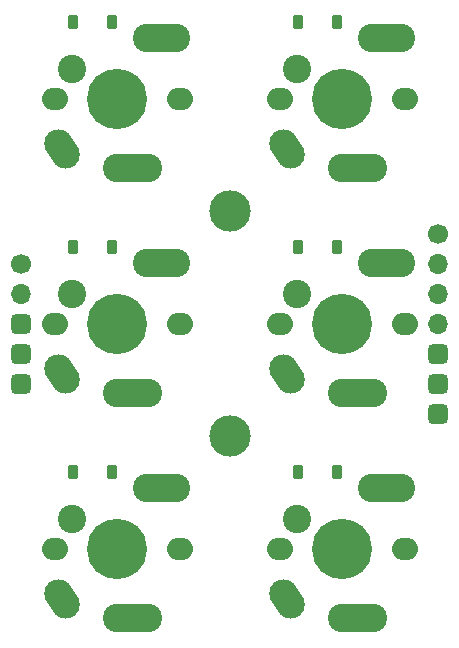
<source format=gbs>
G04 #@! TF.GenerationSoftware,KiCad,Pcbnew,7.0.5*
G04 #@! TF.CreationDate,2023-08-03T23:04:40+08:00*
G04 #@! TF.ProjectId,LA,4c412e6b-6963-4616-945f-706362585858,rev?*
G04 #@! TF.SameCoordinates,Original*
G04 #@! TF.FileFunction,Soldermask,Bot*
G04 #@! TF.FilePolarity,Negative*
%FSLAX46Y46*%
G04 Gerber Fmt 4.6, Leading zero omitted, Abs format (unit mm)*
G04 Created by KiCad (PCBNEW 7.0.5) date 2023-08-03 23:04:40*
%MOMM*%
%LPD*%
G01*
G04 APERTURE LIST*
G04 Aperture macros list*
%AMRoundRect*
0 Rectangle with rounded corners*
0 $1 Rounding radius*
0 $2 $3 $4 $5 $6 $7 $8 $9 X,Y pos of 4 corners*
0 Add a 4 corners polygon primitive as box body*
4,1,4,$2,$3,$4,$5,$6,$7,$8,$9,$2,$3,0*
0 Add four circle primitives for the rounded corners*
1,1,$1+$1,$2,$3*
1,1,$1+$1,$4,$5*
1,1,$1+$1,$6,$7*
1,1,$1+$1,$8,$9*
0 Add four rect primitives between the rounded corners*
20,1,$1+$1,$2,$3,$4,$5,0*
20,1,$1+$1,$4,$5,$6,$7,0*
20,1,$1+$1,$6,$7,$8,$9,0*
20,1,$1+$1,$8,$9,$2,$3,0*%
%AMHorizOval*
0 Thick line with rounded ends*
0 $1 width*
0 $2 $3 position (X,Y) of the first rounded end (center of the circle)*
0 $4 $5 position (X,Y) of the second rounded end (center of the circle)*
0 Add line between two ends*
20,1,$1,$2,$3,$4,$5,0*
0 Add two circle primitives to create the rounded ends*
1,1,$1,$2,$3*
1,1,$1,$4,$5*%
%AMOutline4P*
0 Free polygon, 4 corners , with rotation*
0 The origin of the aperture is its center*
0 number of corners: always 4*
0 $1 to $8 corner X, Y*
0 $9 Rotation angle, in degrees counterclockwise*
0 create outline with 4 corners*
4,1,4,$1,$2,$3,$4,$5,$6,$7,$8,$1,$2,$9*%
G04 Aperture macros list end*
%ADD10O,2.200000X1.900000*%
%ADD11C,5.100000*%
%ADD12HorizOval,2.400000X-0.305164X0.457575X0.305164X-0.457575X0*%
%ADD13C,2.400000*%
%ADD14Outline4P,-1.150000X-1.200000X1.150000X-1.200000X1.150000X1.200000X-1.150000X1.200000X0.000000*%
%ADD15Outline4P,-1.200000X-1.200000X1.200000X-1.200000X1.200000X1.200000X-1.200000X1.200000X0.000000*%
%ADD16C,3.500000*%
%ADD17C,1.700000*%
%ADD18O,1.700000X1.700000*%
%ADD19RoundRect,0.425000X-0.425000X-0.425000X0.425000X-0.425000X0.425000X0.425000X-0.425000X0.425000X0*%
%ADD20RoundRect,0.225000X-0.225000X-0.375000X0.225000X-0.375000X0.225000X0.375000X-0.225000X0.375000X0*%
G04 APERTURE END LIST*
D10*
X136810000Y-54430000D03*
D11*
X142110000Y-54430000D03*
D10*
X147410000Y-54430000D03*
D12*
X137410000Y-58680000D03*
D13*
X138300000Y-51890000D03*
X142110000Y-60330000D03*
D14*
X143410000Y-60330000D03*
D13*
X144650000Y-49330000D03*
X144710000Y-60330000D03*
D15*
X145880000Y-49330000D03*
D13*
X147110000Y-49330000D03*
D10*
X117760000Y-54430000D03*
D11*
X123060000Y-54430000D03*
D10*
X128360000Y-54430000D03*
D12*
X118360000Y-58680000D03*
D13*
X119250000Y-51890000D03*
X123060000Y-60330000D03*
D14*
X124360000Y-60330000D03*
D13*
X125600000Y-49330000D03*
X125660000Y-60330000D03*
D15*
X126830000Y-49330000D03*
D13*
X128060000Y-49330000D03*
D16*
X132585000Y-83005000D03*
X132585000Y-63955000D03*
D17*
X150230000Y-65860000D03*
D18*
X150230000Y-68400000D03*
X150230000Y-70940000D03*
X150230000Y-73480000D03*
D19*
X150230000Y-76020000D03*
X150230000Y-78560000D03*
X150230000Y-81100000D03*
D10*
X117760000Y-92530000D03*
D11*
X123060000Y-92530000D03*
D10*
X128360000Y-92530000D03*
D12*
X118360000Y-96780000D03*
D13*
X119250000Y-89990000D03*
X123060000Y-98430000D03*
D14*
X124360000Y-98430000D03*
D13*
X125600000Y-87430000D03*
X125660000Y-98430000D03*
D15*
X126830000Y-87430000D03*
D13*
X128060000Y-87430000D03*
D10*
X136810000Y-73480000D03*
D11*
X142110000Y-73480000D03*
D10*
X147410000Y-73480000D03*
D12*
X137410000Y-77730000D03*
D13*
X138300000Y-70940000D03*
X142110000Y-79380000D03*
D14*
X143410000Y-79380000D03*
D13*
X144650000Y-68380000D03*
X144710000Y-79380000D03*
D15*
X145880000Y-68380000D03*
D13*
X147110000Y-68380000D03*
D10*
X136810000Y-92530000D03*
D11*
X142110000Y-92530000D03*
D10*
X147410000Y-92530000D03*
D12*
X137410000Y-96780000D03*
D13*
X138300000Y-89990000D03*
X142110000Y-98430000D03*
D14*
X143410000Y-98430000D03*
D13*
X144650000Y-87430000D03*
X144710000Y-98430000D03*
D15*
X145880000Y-87430000D03*
D13*
X147110000Y-87430000D03*
D10*
X117760000Y-73480000D03*
D11*
X123060000Y-73480000D03*
D10*
X128360000Y-73480000D03*
D12*
X118360000Y-77730000D03*
D13*
X119250000Y-70940000D03*
X123060000Y-79380000D03*
D14*
X124360000Y-79380000D03*
D13*
X125600000Y-68380000D03*
X125660000Y-79380000D03*
D15*
X126830000Y-68380000D03*
D13*
X128060000Y-68380000D03*
D17*
X114900000Y-68400000D03*
D18*
X114900000Y-70940000D03*
D19*
X114900000Y-73480000D03*
X114900000Y-76020000D03*
X114900000Y-78560000D03*
D20*
X119280000Y-66990000D03*
X122580000Y-66990000D03*
X138330000Y-86040000D03*
X141630000Y-86040000D03*
X119280000Y-86040000D03*
X122580000Y-86040000D03*
X119280000Y-47940000D03*
X122580000Y-47940000D03*
X138330000Y-66990000D03*
X141630000Y-66990000D03*
X138330000Y-47940000D03*
X141630000Y-47940000D03*
M02*

</source>
